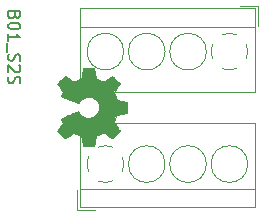
<source format=gbr>
G04 #@! TF.GenerationSoftware,KiCad,Pcbnew,5.1.5-52549c5~86~ubuntu18.04.1*
G04 #@! TF.CreationDate,2020-09-05T13:09:40-05:00*
G04 #@! TF.ProjectId,B01,4230312e-6b69-4636-9164-5f7063625858,rev?*
G04 #@! TF.SameCoordinates,Original*
G04 #@! TF.FileFunction,Legend,Top*
G04 #@! TF.FilePolarity,Positive*
%FSLAX46Y46*%
G04 Gerber Fmt 4.6, Leading zero omitted, Abs format (unit mm)*
G04 Created by KiCad (PCBNEW 5.1.5-52549c5~86~ubuntu18.04.1) date 2020-09-05 13:09:40*
%MOMM*%
%LPD*%
G04 APERTURE LIST*
%ADD10C,0.150000*%
%ADD11C,0.010000*%
%ADD12C,0.120000*%
G04 APERTURE END LIST*
D10*
X21026428Y-21058523D02*
X20978809Y-21201380D01*
X20931190Y-21249000D01*
X20835952Y-21296619D01*
X20693095Y-21296619D01*
X20597857Y-21249000D01*
X20550238Y-21201380D01*
X20502619Y-21106142D01*
X20502619Y-20725190D01*
X21502619Y-20725190D01*
X21502619Y-21058523D01*
X21455000Y-21153761D01*
X21407380Y-21201380D01*
X21312142Y-21249000D01*
X21216904Y-21249000D01*
X21121666Y-21201380D01*
X21074047Y-21153761D01*
X21026428Y-21058523D01*
X21026428Y-20725190D01*
X21502619Y-21915666D02*
X21502619Y-22010904D01*
X21455000Y-22106142D01*
X21407380Y-22153761D01*
X21312142Y-22201380D01*
X21121666Y-22249000D01*
X20883571Y-22249000D01*
X20693095Y-22201380D01*
X20597857Y-22153761D01*
X20550238Y-22106142D01*
X20502619Y-22010904D01*
X20502619Y-21915666D01*
X20550238Y-21820428D01*
X20597857Y-21772809D01*
X20693095Y-21725190D01*
X20883571Y-21677571D01*
X21121666Y-21677571D01*
X21312142Y-21725190D01*
X21407380Y-21772809D01*
X21455000Y-21820428D01*
X21502619Y-21915666D01*
X20502619Y-23201380D02*
X20502619Y-22629952D01*
X20502619Y-22915666D02*
X21502619Y-22915666D01*
X21359761Y-22820428D01*
X21264523Y-22725190D01*
X21216904Y-22629952D01*
X20407380Y-23391857D02*
X20407380Y-24153761D01*
X20550238Y-24344238D02*
X20502619Y-24487095D01*
X20502619Y-24725190D01*
X20550238Y-24820428D01*
X20597857Y-24868047D01*
X20693095Y-24915666D01*
X20788333Y-24915666D01*
X20883571Y-24868047D01*
X20931190Y-24820428D01*
X20978809Y-24725190D01*
X21026428Y-24534714D01*
X21074047Y-24439476D01*
X21121666Y-24391857D01*
X21216904Y-24344238D01*
X21312142Y-24344238D01*
X21407380Y-24391857D01*
X21455000Y-24439476D01*
X21502619Y-24534714D01*
X21502619Y-24772809D01*
X21455000Y-24915666D01*
X21407380Y-25296619D02*
X21455000Y-25344238D01*
X21502619Y-25439476D01*
X21502619Y-25677571D01*
X21455000Y-25772809D01*
X21407380Y-25820428D01*
X21312142Y-25868047D01*
X21216904Y-25868047D01*
X21074047Y-25820428D01*
X20502619Y-25249000D01*
X20502619Y-25868047D01*
X20550238Y-26249000D02*
X20502619Y-26391857D01*
X20502619Y-26629952D01*
X20550238Y-26725190D01*
X20597857Y-26772809D01*
X20693095Y-26820428D01*
X20788333Y-26820428D01*
X20883571Y-26772809D01*
X20931190Y-26725190D01*
X20978809Y-26629952D01*
X21026428Y-26439476D01*
X21074047Y-26344238D01*
X21121666Y-26296619D01*
X21216904Y-26249000D01*
X21312142Y-26249000D01*
X21407380Y-26296619D01*
X21455000Y-26344238D01*
X21502619Y-26439476D01*
X21502619Y-26677571D01*
X21455000Y-26820428D01*
D11*
G36*
X30140869Y-29384814D02*
G01*
X29696245Y-29468635D01*
X29568747Y-29777920D01*
X29441249Y-30087206D01*
X29693554Y-30458246D01*
X29763804Y-30562157D01*
X29826528Y-30656087D01*
X29878862Y-30735652D01*
X29917943Y-30796470D01*
X29940907Y-30834157D01*
X29945858Y-30844421D01*
X29933124Y-30862910D01*
X29897918Y-30902420D01*
X29844738Y-30958522D01*
X29778082Y-31026787D01*
X29702446Y-31102786D01*
X29622328Y-31182092D01*
X29542226Y-31260275D01*
X29466636Y-31332907D01*
X29400055Y-31395559D01*
X29346982Y-31443803D01*
X29311913Y-31473210D01*
X29300177Y-31480241D01*
X29278540Y-31470123D01*
X29231138Y-31441759D01*
X29162607Y-31398129D01*
X29077585Y-31342218D01*
X28980707Y-31277006D01*
X28925450Y-31239219D01*
X28824552Y-31170343D01*
X28733501Y-31109140D01*
X28656830Y-31058578D01*
X28599072Y-31021628D01*
X28564757Y-31001258D01*
X28557546Y-30998197D01*
X28537052Y-31005136D01*
X28489287Y-31024051D01*
X28420968Y-31052087D01*
X28338811Y-31086391D01*
X28249530Y-31124109D01*
X28159842Y-31162387D01*
X28076462Y-31198370D01*
X28006106Y-31229206D01*
X27955490Y-31252039D01*
X27931329Y-31264017D01*
X27930378Y-31264724D01*
X27925764Y-31283531D01*
X27915472Y-31333618D01*
X27900513Y-31409793D01*
X27881899Y-31506865D01*
X27860641Y-31619643D01*
X27848382Y-31685442D01*
X27825438Y-31805950D01*
X27803605Y-31914797D01*
X27784078Y-32006476D01*
X27768052Y-32075481D01*
X27756721Y-32116304D01*
X27753126Y-32124511D01*
X27728794Y-32132548D01*
X27673841Y-32139033D01*
X27594692Y-32143970D01*
X27497774Y-32147364D01*
X27389513Y-32149218D01*
X27276335Y-32149538D01*
X27164665Y-32148327D01*
X27060932Y-32145590D01*
X26971559Y-32141331D01*
X26902974Y-32135555D01*
X26861603Y-32128267D01*
X26852990Y-32123895D01*
X26842667Y-32097764D01*
X26827908Y-32042393D01*
X26810448Y-31965107D01*
X26792020Y-31873230D01*
X26786059Y-31841158D01*
X26757734Y-31686524D01*
X26734924Y-31564375D01*
X26716720Y-31470673D01*
X26702217Y-31401384D01*
X26690508Y-31352471D01*
X26680685Y-31319897D01*
X26671844Y-31299628D01*
X26663076Y-31287626D01*
X26661343Y-31285947D01*
X26633429Y-31269184D01*
X26579105Y-31243614D01*
X26505023Y-31211788D01*
X26417835Y-31176260D01*
X26324192Y-31139583D01*
X26230748Y-31104311D01*
X26144153Y-31072996D01*
X26071060Y-31048193D01*
X26018122Y-31032454D01*
X25991989Y-31028332D01*
X25991074Y-31028676D01*
X25969714Y-31042641D01*
X25922716Y-31074322D01*
X25854973Y-31120391D01*
X25771377Y-31177518D01*
X25676818Y-31242373D01*
X25649946Y-31260843D01*
X25552525Y-31326699D01*
X25463637Y-31384650D01*
X25388388Y-31431538D01*
X25331880Y-31464207D01*
X25299219Y-31479500D01*
X25295207Y-31480241D01*
X25274116Y-31467392D01*
X25232336Y-31431888D01*
X25174355Y-31378293D01*
X25104665Y-31311171D01*
X25027755Y-31235087D01*
X24948117Y-31154604D01*
X24870239Y-31074287D01*
X24798614Y-30998699D01*
X24737730Y-30932405D01*
X24692079Y-30879969D01*
X24666150Y-30845955D01*
X24661917Y-30836545D01*
X24671888Y-30814643D01*
X24698780Y-30769800D01*
X24738064Y-30709321D01*
X24769683Y-30662789D01*
X24827702Y-30578475D01*
X24896016Y-30478626D01*
X24964221Y-30378473D01*
X25000725Y-30324627D01*
X25124000Y-30142371D01*
X25041280Y-29989381D01*
X25005041Y-29919682D01*
X24976874Y-29860414D01*
X24960809Y-29820311D01*
X24958574Y-29810103D01*
X24975078Y-29797829D01*
X25021718Y-29773613D01*
X25094191Y-29739263D01*
X25188194Y-29696588D01*
X25299426Y-29647394D01*
X25423585Y-29593490D01*
X25556368Y-29536684D01*
X25693473Y-29478782D01*
X25830598Y-29421593D01*
X25963442Y-29366924D01*
X26087702Y-29316584D01*
X26199075Y-29272380D01*
X26293261Y-29236119D01*
X26365956Y-29209609D01*
X26412859Y-29194658D01*
X26428967Y-29192254D01*
X26449514Y-29211311D01*
X26482867Y-29253036D01*
X26522098Y-29308706D01*
X26525201Y-29313378D01*
X26640377Y-29457264D01*
X26774747Y-29573283D01*
X26924016Y-29660430D01*
X27083887Y-29717699D01*
X27250063Y-29744086D01*
X27418248Y-29738585D01*
X27584145Y-29700190D01*
X27743458Y-29627895D01*
X27778313Y-29606626D01*
X27919063Y-29495996D01*
X28032086Y-29365302D01*
X28116797Y-29219064D01*
X28172606Y-29061808D01*
X28198926Y-28898057D01*
X28195170Y-28732333D01*
X28160750Y-28569162D01*
X28095077Y-28413065D01*
X27997565Y-28268567D01*
X27957987Y-28223869D01*
X27834097Y-28110112D01*
X27703676Y-28027218D01*
X27557485Y-27970356D01*
X27412712Y-27938687D01*
X27249940Y-27930869D01*
X27086360Y-27956938D01*
X26927502Y-28014245D01*
X26778894Y-28100144D01*
X26646065Y-28211986D01*
X26534544Y-28347123D01*
X26522789Y-28364883D01*
X26484292Y-28421150D01*
X26450937Y-28463923D01*
X26429640Y-28484372D01*
X26428967Y-28484669D01*
X26405929Y-28480279D01*
X26353643Y-28462876D01*
X26276410Y-28434268D01*
X26178532Y-28396265D01*
X26064309Y-28350674D01*
X25938042Y-28299303D01*
X25804033Y-28243962D01*
X25666582Y-28186458D01*
X25529992Y-28128601D01*
X25398563Y-28072198D01*
X25276595Y-28019058D01*
X25168391Y-27970990D01*
X25078251Y-27929801D01*
X25010477Y-27897301D01*
X24969370Y-27875297D01*
X24958574Y-27866436D01*
X24966981Y-27839360D01*
X24989528Y-27788697D01*
X25022187Y-27723183D01*
X25041280Y-27687159D01*
X25124000Y-27534168D01*
X25000725Y-27351912D01*
X24937572Y-27258875D01*
X24868073Y-27157015D01*
X24802635Y-27061562D01*
X24769683Y-27013750D01*
X24724527Y-26946505D01*
X24688743Y-26889564D01*
X24666862Y-26850354D01*
X24662237Y-26837619D01*
X24674715Y-26819083D01*
X24709548Y-26778059D01*
X24763122Y-26718525D01*
X24831817Y-26644458D01*
X24912019Y-26559835D01*
X24963514Y-26506315D01*
X25055514Y-26412681D01*
X25137801Y-26331759D01*
X25206855Y-26266823D01*
X25259156Y-26221142D01*
X25291184Y-26197989D01*
X25297684Y-26195768D01*
X25322406Y-26206076D01*
X25372395Y-26234561D01*
X25442588Y-26278063D01*
X25527925Y-26333423D01*
X25623344Y-26397480D01*
X25649946Y-26415697D01*
X25746633Y-26482073D01*
X25833683Y-26541622D01*
X25906205Y-26591016D01*
X25959307Y-26626925D01*
X25988097Y-26646019D01*
X25991074Y-26647864D01*
X26014018Y-26645105D01*
X26064464Y-26630462D01*
X26135759Y-26606487D01*
X26221253Y-26575734D01*
X26314293Y-26540756D01*
X26408226Y-26504107D01*
X26496401Y-26468339D01*
X26572166Y-26436006D01*
X26628869Y-26409662D01*
X26659857Y-26391858D01*
X26661343Y-26390593D01*
X26670199Y-26379706D01*
X26678957Y-26361318D01*
X26688523Y-26331394D01*
X26699804Y-26285897D01*
X26713707Y-26220791D01*
X26731137Y-26132039D01*
X26753002Y-26015607D01*
X26780209Y-25867458D01*
X26786059Y-25835382D01*
X26804426Y-25740314D01*
X26822395Y-25657435D01*
X26838231Y-25594070D01*
X26850200Y-25557542D01*
X26852990Y-25552644D01*
X26877728Y-25544573D01*
X26933010Y-25538013D01*
X27012411Y-25532967D01*
X27109504Y-25529441D01*
X27217862Y-25527439D01*
X27331060Y-25526964D01*
X27442672Y-25528023D01*
X27546271Y-25530618D01*
X27635432Y-25534754D01*
X27703728Y-25540437D01*
X27744734Y-25547669D01*
X27753126Y-25552029D01*
X27761592Y-25576302D01*
X27775365Y-25631574D01*
X27793250Y-25712338D01*
X27814052Y-25813088D01*
X27836577Y-25928317D01*
X27848382Y-25991098D01*
X27870649Y-26110213D01*
X27890821Y-26216435D01*
X27907885Y-26304573D01*
X27920831Y-26369434D01*
X27928645Y-26405826D01*
X27930378Y-26411816D01*
X27949910Y-26421939D01*
X27996957Y-26443338D01*
X28064797Y-26473161D01*
X28146709Y-26508555D01*
X28235972Y-26546668D01*
X28325865Y-26584647D01*
X28409665Y-26619640D01*
X28480653Y-26648794D01*
X28532106Y-26669257D01*
X28557303Y-26678177D01*
X28558404Y-26678343D01*
X28578281Y-26668231D01*
X28624023Y-26639883D01*
X28691083Y-26596277D01*
X28774916Y-26540394D01*
X28870974Y-26475213D01*
X28926150Y-26437321D01*
X29027319Y-26368275D01*
X29119170Y-26306950D01*
X29197056Y-26256337D01*
X29256331Y-26219429D01*
X29292349Y-26199218D01*
X29300423Y-26196299D01*
X29319216Y-26208847D01*
X29359343Y-26243537D01*
X29416307Y-26295937D01*
X29485615Y-26361616D01*
X29562769Y-26436144D01*
X29643275Y-26515087D01*
X29722637Y-26594017D01*
X29796360Y-26668500D01*
X29859948Y-26734106D01*
X29908906Y-26786404D01*
X29938739Y-26820961D01*
X29945858Y-26832522D01*
X29935847Y-26851346D01*
X29907722Y-26896369D01*
X29864346Y-26963213D01*
X29808582Y-27047501D01*
X29743294Y-27144856D01*
X29693554Y-27218293D01*
X29441249Y-27589333D01*
X29696245Y-28207905D01*
X30140869Y-28291725D01*
X30585493Y-28375546D01*
X30585493Y-29300994D01*
X30140869Y-29384814D01*
G37*
X30140869Y-29384814D02*
X29696245Y-29468635D01*
X29568747Y-29777920D01*
X29441249Y-30087206D01*
X29693554Y-30458246D01*
X29763804Y-30562157D01*
X29826528Y-30656087D01*
X29878862Y-30735652D01*
X29917943Y-30796470D01*
X29940907Y-30834157D01*
X29945858Y-30844421D01*
X29933124Y-30862910D01*
X29897918Y-30902420D01*
X29844738Y-30958522D01*
X29778082Y-31026787D01*
X29702446Y-31102786D01*
X29622328Y-31182092D01*
X29542226Y-31260275D01*
X29466636Y-31332907D01*
X29400055Y-31395559D01*
X29346982Y-31443803D01*
X29311913Y-31473210D01*
X29300177Y-31480241D01*
X29278540Y-31470123D01*
X29231138Y-31441759D01*
X29162607Y-31398129D01*
X29077585Y-31342218D01*
X28980707Y-31277006D01*
X28925450Y-31239219D01*
X28824552Y-31170343D01*
X28733501Y-31109140D01*
X28656830Y-31058578D01*
X28599072Y-31021628D01*
X28564757Y-31001258D01*
X28557546Y-30998197D01*
X28537052Y-31005136D01*
X28489287Y-31024051D01*
X28420968Y-31052087D01*
X28338811Y-31086391D01*
X28249530Y-31124109D01*
X28159842Y-31162387D01*
X28076462Y-31198370D01*
X28006106Y-31229206D01*
X27955490Y-31252039D01*
X27931329Y-31264017D01*
X27930378Y-31264724D01*
X27925764Y-31283531D01*
X27915472Y-31333618D01*
X27900513Y-31409793D01*
X27881899Y-31506865D01*
X27860641Y-31619643D01*
X27848382Y-31685442D01*
X27825438Y-31805950D01*
X27803605Y-31914797D01*
X27784078Y-32006476D01*
X27768052Y-32075481D01*
X27756721Y-32116304D01*
X27753126Y-32124511D01*
X27728794Y-32132548D01*
X27673841Y-32139033D01*
X27594692Y-32143970D01*
X27497774Y-32147364D01*
X27389513Y-32149218D01*
X27276335Y-32149538D01*
X27164665Y-32148327D01*
X27060932Y-32145590D01*
X26971559Y-32141331D01*
X26902974Y-32135555D01*
X26861603Y-32128267D01*
X26852990Y-32123895D01*
X26842667Y-32097764D01*
X26827908Y-32042393D01*
X26810448Y-31965107D01*
X26792020Y-31873230D01*
X26786059Y-31841158D01*
X26757734Y-31686524D01*
X26734924Y-31564375D01*
X26716720Y-31470673D01*
X26702217Y-31401384D01*
X26690508Y-31352471D01*
X26680685Y-31319897D01*
X26671844Y-31299628D01*
X26663076Y-31287626D01*
X26661343Y-31285947D01*
X26633429Y-31269184D01*
X26579105Y-31243614D01*
X26505023Y-31211788D01*
X26417835Y-31176260D01*
X26324192Y-31139583D01*
X26230748Y-31104311D01*
X26144153Y-31072996D01*
X26071060Y-31048193D01*
X26018122Y-31032454D01*
X25991989Y-31028332D01*
X25991074Y-31028676D01*
X25969714Y-31042641D01*
X25922716Y-31074322D01*
X25854973Y-31120391D01*
X25771377Y-31177518D01*
X25676818Y-31242373D01*
X25649946Y-31260843D01*
X25552525Y-31326699D01*
X25463637Y-31384650D01*
X25388388Y-31431538D01*
X25331880Y-31464207D01*
X25299219Y-31479500D01*
X25295207Y-31480241D01*
X25274116Y-31467392D01*
X25232336Y-31431888D01*
X25174355Y-31378293D01*
X25104665Y-31311171D01*
X25027755Y-31235087D01*
X24948117Y-31154604D01*
X24870239Y-31074287D01*
X24798614Y-30998699D01*
X24737730Y-30932405D01*
X24692079Y-30879969D01*
X24666150Y-30845955D01*
X24661917Y-30836545D01*
X24671888Y-30814643D01*
X24698780Y-30769800D01*
X24738064Y-30709321D01*
X24769683Y-30662789D01*
X24827702Y-30578475D01*
X24896016Y-30478626D01*
X24964221Y-30378473D01*
X25000725Y-30324627D01*
X25124000Y-30142371D01*
X25041280Y-29989381D01*
X25005041Y-29919682D01*
X24976874Y-29860414D01*
X24960809Y-29820311D01*
X24958574Y-29810103D01*
X24975078Y-29797829D01*
X25021718Y-29773613D01*
X25094191Y-29739263D01*
X25188194Y-29696588D01*
X25299426Y-29647394D01*
X25423585Y-29593490D01*
X25556368Y-29536684D01*
X25693473Y-29478782D01*
X25830598Y-29421593D01*
X25963442Y-29366924D01*
X26087702Y-29316584D01*
X26199075Y-29272380D01*
X26293261Y-29236119D01*
X26365956Y-29209609D01*
X26412859Y-29194658D01*
X26428967Y-29192254D01*
X26449514Y-29211311D01*
X26482867Y-29253036D01*
X26522098Y-29308706D01*
X26525201Y-29313378D01*
X26640377Y-29457264D01*
X26774747Y-29573283D01*
X26924016Y-29660430D01*
X27083887Y-29717699D01*
X27250063Y-29744086D01*
X27418248Y-29738585D01*
X27584145Y-29700190D01*
X27743458Y-29627895D01*
X27778313Y-29606626D01*
X27919063Y-29495996D01*
X28032086Y-29365302D01*
X28116797Y-29219064D01*
X28172606Y-29061808D01*
X28198926Y-28898057D01*
X28195170Y-28732333D01*
X28160750Y-28569162D01*
X28095077Y-28413065D01*
X27997565Y-28268567D01*
X27957987Y-28223869D01*
X27834097Y-28110112D01*
X27703676Y-28027218D01*
X27557485Y-27970356D01*
X27412712Y-27938687D01*
X27249940Y-27930869D01*
X27086360Y-27956938D01*
X26927502Y-28014245D01*
X26778894Y-28100144D01*
X26646065Y-28211986D01*
X26534544Y-28347123D01*
X26522789Y-28364883D01*
X26484292Y-28421150D01*
X26450937Y-28463923D01*
X26429640Y-28484372D01*
X26428967Y-28484669D01*
X26405929Y-28480279D01*
X26353643Y-28462876D01*
X26276410Y-28434268D01*
X26178532Y-28396265D01*
X26064309Y-28350674D01*
X25938042Y-28299303D01*
X25804033Y-28243962D01*
X25666582Y-28186458D01*
X25529992Y-28128601D01*
X25398563Y-28072198D01*
X25276595Y-28019058D01*
X25168391Y-27970990D01*
X25078251Y-27929801D01*
X25010477Y-27897301D01*
X24969370Y-27875297D01*
X24958574Y-27866436D01*
X24966981Y-27839360D01*
X24989528Y-27788697D01*
X25022187Y-27723183D01*
X25041280Y-27687159D01*
X25124000Y-27534168D01*
X25000725Y-27351912D01*
X24937572Y-27258875D01*
X24868073Y-27157015D01*
X24802635Y-27061562D01*
X24769683Y-27013750D01*
X24724527Y-26946505D01*
X24688743Y-26889564D01*
X24666862Y-26850354D01*
X24662237Y-26837619D01*
X24674715Y-26819083D01*
X24709548Y-26778059D01*
X24763122Y-26718525D01*
X24831817Y-26644458D01*
X24912019Y-26559835D01*
X24963514Y-26506315D01*
X25055514Y-26412681D01*
X25137801Y-26331759D01*
X25206855Y-26266823D01*
X25259156Y-26221142D01*
X25291184Y-26197989D01*
X25297684Y-26195768D01*
X25322406Y-26206076D01*
X25372395Y-26234561D01*
X25442588Y-26278063D01*
X25527925Y-26333423D01*
X25623344Y-26397480D01*
X25649946Y-26415697D01*
X25746633Y-26482073D01*
X25833683Y-26541622D01*
X25906205Y-26591016D01*
X25959307Y-26626925D01*
X25988097Y-26646019D01*
X25991074Y-26647864D01*
X26014018Y-26645105D01*
X26064464Y-26630462D01*
X26135759Y-26606487D01*
X26221253Y-26575734D01*
X26314293Y-26540756D01*
X26408226Y-26504107D01*
X26496401Y-26468339D01*
X26572166Y-26436006D01*
X26628869Y-26409662D01*
X26659857Y-26391858D01*
X26661343Y-26390593D01*
X26670199Y-26379706D01*
X26678957Y-26361318D01*
X26688523Y-26331394D01*
X26699804Y-26285897D01*
X26713707Y-26220791D01*
X26731137Y-26132039D01*
X26753002Y-26015607D01*
X26780209Y-25867458D01*
X26786059Y-25835382D01*
X26804426Y-25740314D01*
X26822395Y-25657435D01*
X26838231Y-25594070D01*
X26850200Y-25557542D01*
X26852990Y-25552644D01*
X26877728Y-25544573D01*
X26933010Y-25538013D01*
X27012411Y-25532967D01*
X27109504Y-25529441D01*
X27217862Y-25527439D01*
X27331060Y-25526964D01*
X27442672Y-25528023D01*
X27546271Y-25530618D01*
X27635432Y-25534754D01*
X27703728Y-25540437D01*
X27744734Y-25547669D01*
X27753126Y-25552029D01*
X27761592Y-25576302D01*
X27775365Y-25631574D01*
X27793250Y-25712338D01*
X27814052Y-25813088D01*
X27836577Y-25928317D01*
X27848382Y-25991098D01*
X27870649Y-26110213D01*
X27890821Y-26216435D01*
X27907885Y-26304573D01*
X27920831Y-26369434D01*
X27928645Y-26405826D01*
X27930378Y-26411816D01*
X27949910Y-26421939D01*
X27996957Y-26443338D01*
X28064797Y-26473161D01*
X28146709Y-26508555D01*
X28235972Y-26546668D01*
X28325865Y-26584647D01*
X28409665Y-26619640D01*
X28480653Y-26648794D01*
X28532106Y-26669257D01*
X28557303Y-26678177D01*
X28558404Y-26678343D01*
X28578281Y-26668231D01*
X28624023Y-26639883D01*
X28691083Y-26596277D01*
X28774916Y-26540394D01*
X28870974Y-26475213D01*
X28926150Y-26437321D01*
X29027319Y-26368275D01*
X29119170Y-26306950D01*
X29197056Y-26256337D01*
X29256331Y-26219429D01*
X29292349Y-26199218D01*
X29300423Y-26196299D01*
X29319216Y-26208847D01*
X29359343Y-26243537D01*
X29416307Y-26295937D01*
X29485615Y-26361616D01*
X29562769Y-26436144D01*
X29643275Y-26515087D01*
X29722637Y-26594017D01*
X29796360Y-26668500D01*
X29859948Y-26734106D01*
X29908906Y-26786404D01*
X29938739Y-26820961D01*
X29945858Y-26832522D01*
X29935847Y-26851346D01*
X29907722Y-26896369D01*
X29864346Y-26963213D01*
X29808582Y-27047501D01*
X29743294Y-27144856D01*
X29693554Y-27218293D01*
X29441249Y-27589333D01*
X29696245Y-28207905D01*
X30140869Y-28291725D01*
X30585493Y-28375546D01*
X30585493Y-29300994D01*
X30140869Y-29384814D01*
D12*
X41620000Y-20230000D02*
X40120000Y-20230000D01*
X41620000Y-21970000D02*
X41620000Y-20230000D01*
X26560000Y-27590000D02*
X26560000Y-20470000D01*
X41380000Y-27590000D02*
X41380000Y-20470000D01*
X41380000Y-20470000D02*
X26560000Y-20470000D01*
X41380000Y-27590000D02*
X26560000Y-27590000D01*
X41380000Y-22030000D02*
X26560000Y-22030000D01*
X30275000Y-24130000D02*
G75*
G03X30275000Y-24130000I-1555000J0D01*
G01*
X33775000Y-24130000D02*
G75*
G03X33775000Y-24130000I-1555000J0D01*
G01*
X37275000Y-24130000D02*
G75*
G03X37275000Y-24130000I-1555000J0D01*
G01*
X39192989Y-22574508D02*
G75*
G02X39828000Y-22698000I27011J-1555492D01*
G01*
X40652109Y-23522258D02*
G75*
G02X40652000Y-24738000I-1432109J-607742D01*
G01*
X39827742Y-25562109D02*
G75*
G02X38612000Y-25562000I-607742J1432109D01*
G01*
X37787891Y-24737742D02*
G75*
G02X37788000Y-23522000I1432109J607742D01*
G01*
X38612413Y-22698615D02*
G75*
G02X39220000Y-22575000I607587J-1431385D01*
G01*
X26320000Y-37550000D02*
X27820000Y-37550000D01*
X26320000Y-35810000D02*
X26320000Y-37550000D01*
X41380000Y-30190000D02*
X41380000Y-37310000D01*
X26560000Y-30190000D02*
X26560000Y-37310000D01*
X26560000Y-37310000D02*
X41380000Y-37310000D01*
X26560000Y-30190000D02*
X41380000Y-30190000D01*
X26560000Y-35750000D02*
X41380000Y-35750000D01*
X40775000Y-33650000D02*
G75*
G03X40775000Y-33650000I-1555000J0D01*
G01*
X37275000Y-33650000D02*
G75*
G03X37275000Y-33650000I-1555000J0D01*
G01*
X33775000Y-33650000D02*
G75*
G03X33775000Y-33650000I-1555000J0D01*
G01*
X28747011Y-35205492D02*
G75*
G02X28112000Y-35082000I-27011J1555492D01*
G01*
X27287891Y-34257742D02*
G75*
G02X27288000Y-33042000I1432109J607742D01*
G01*
X28112258Y-32217891D02*
G75*
G02X29328000Y-32218000I607742J-1432109D01*
G01*
X30152109Y-33042258D02*
G75*
G02X30152000Y-34258000I-1432109J-607742D01*
G01*
X29327587Y-35081385D02*
G75*
G02X28720000Y-35205000I-607587J1431385D01*
G01*
M02*

</source>
